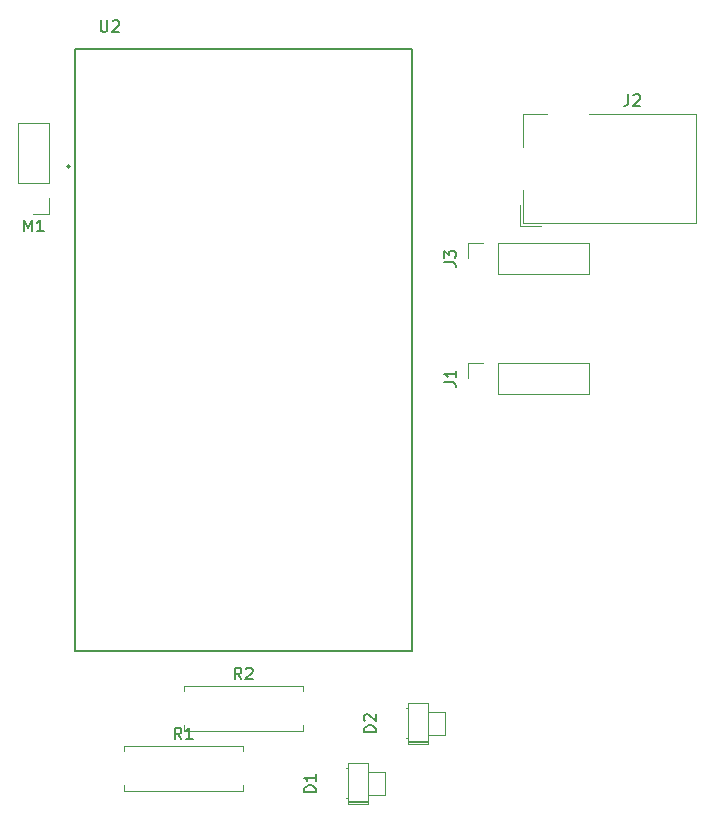
<source format=gbr>
%TF.GenerationSoftware,KiCad,Pcbnew,7.0.8*%
%TF.CreationDate,2023-11-27T10:02:50-05:00*%
%TF.ProjectId,Esquema KiCad Proyecto,45737175-656d-4612-904b-694361642050,rev?*%
%TF.SameCoordinates,Original*%
%TF.FileFunction,Legend,Top*%
%TF.FilePolarity,Positive*%
%FSLAX46Y46*%
G04 Gerber Fmt 4.6, Leading zero omitted, Abs format (unit mm)*
G04 Created by KiCad (PCBNEW 7.0.8) date 2023-11-27 10:02:50*
%MOMM*%
%LPD*%
G01*
G04 APERTURE LIST*
%ADD10C,0.150000*%
%ADD11C,0.127000*%
%ADD12C,0.200000*%
%ADD13C,0.120000*%
G04 APERTURE END LIST*
D10*
X178418095Y-40789819D02*
X178418095Y-41599342D01*
X178418095Y-41599342D02*
X178465714Y-41694580D01*
X178465714Y-41694580D02*
X178513333Y-41742200D01*
X178513333Y-41742200D02*
X178608571Y-41789819D01*
X178608571Y-41789819D02*
X178799047Y-41789819D01*
X178799047Y-41789819D02*
X178894285Y-41742200D01*
X178894285Y-41742200D02*
X178941904Y-41694580D01*
X178941904Y-41694580D02*
X178989523Y-41599342D01*
X178989523Y-41599342D02*
X178989523Y-40789819D01*
X179418095Y-40885057D02*
X179465714Y-40837438D01*
X179465714Y-40837438D02*
X179560952Y-40789819D01*
X179560952Y-40789819D02*
X179799047Y-40789819D01*
X179799047Y-40789819D02*
X179894285Y-40837438D01*
X179894285Y-40837438D02*
X179941904Y-40885057D01*
X179941904Y-40885057D02*
X179989523Y-40980295D01*
X179989523Y-40980295D02*
X179989523Y-41075533D01*
X179989523Y-41075533D02*
X179941904Y-41218390D01*
X179941904Y-41218390D02*
X179370476Y-41789819D01*
X179370476Y-41789819D02*
X179989523Y-41789819D01*
X207504819Y-61293333D02*
X208219104Y-61293333D01*
X208219104Y-61293333D02*
X208361961Y-61340952D01*
X208361961Y-61340952D02*
X208457200Y-61436190D01*
X208457200Y-61436190D02*
X208504819Y-61579047D01*
X208504819Y-61579047D02*
X208504819Y-61674285D01*
X207504819Y-60912380D02*
X207504819Y-60293333D01*
X207504819Y-60293333D02*
X207885771Y-60626666D01*
X207885771Y-60626666D02*
X207885771Y-60483809D01*
X207885771Y-60483809D02*
X207933390Y-60388571D01*
X207933390Y-60388571D02*
X207981009Y-60340952D01*
X207981009Y-60340952D02*
X208076247Y-60293333D01*
X208076247Y-60293333D02*
X208314342Y-60293333D01*
X208314342Y-60293333D02*
X208409580Y-60340952D01*
X208409580Y-60340952D02*
X208457200Y-60388571D01*
X208457200Y-60388571D02*
X208504819Y-60483809D01*
X208504819Y-60483809D02*
X208504819Y-60769523D01*
X208504819Y-60769523D02*
X208457200Y-60864761D01*
X208457200Y-60864761D02*
X208409580Y-60912380D01*
X223096666Y-47044819D02*
X223096666Y-47759104D01*
X223096666Y-47759104D02*
X223049047Y-47901961D01*
X223049047Y-47901961D02*
X222953809Y-47997200D01*
X222953809Y-47997200D02*
X222810952Y-48044819D01*
X222810952Y-48044819D02*
X222715714Y-48044819D01*
X223525238Y-47140057D02*
X223572857Y-47092438D01*
X223572857Y-47092438D02*
X223668095Y-47044819D01*
X223668095Y-47044819D02*
X223906190Y-47044819D01*
X223906190Y-47044819D02*
X224001428Y-47092438D01*
X224001428Y-47092438D02*
X224049047Y-47140057D01*
X224049047Y-47140057D02*
X224096666Y-47235295D01*
X224096666Y-47235295D02*
X224096666Y-47330533D01*
X224096666Y-47330533D02*
X224049047Y-47473390D01*
X224049047Y-47473390D02*
X223477619Y-48044819D01*
X223477619Y-48044819D02*
X224096666Y-48044819D01*
X207504819Y-71453333D02*
X208219104Y-71453333D01*
X208219104Y-71453333D02*
X208361961Y-71500952D01*
X208361961Y-71500952D02*
X208457200Y-71596190D01*
X208457200Y-71596190D02*
X208504819Y-71739047D01*
X208504819Y-71739047D02*
X208504819Y-71834285D01*
X208504819Y-70453333D02*
X208504819Y-71024761D01*
X208504819Y-70739047D02*
X207504819Y-70739047D01*
X207504819Y-70739047D02*
X207647676Y-70834285D01*
X207647676Y-70834285D02*
X207742914Y-70929523D01*
X207742914Y-70929523D02*
X207790533Y-71024761D01*
X201694819Y-101068094D02*
X200694819Y-101068094D01*
X200694819Y-101068094D02*
X200694819Y-100829999D01*
X200694819Y-100829999D02*
X200742438Y-100687142D01*
X200742438Y-100687142D02*
X200837676Y-100591904D01*
X200837676Y-100591904D02*
X200932914Y-100544285D01*
X200932914Y-100544285D02*
X201123390Y-100496666D01*
X201123390Y-100496666D02*
X201266247Y-100496666D01*
X201266247Y-100496666D02*
X201456723Y-100544285D01*
X201456723Y-100544285D02*
X201551961Y-100591904D01*
X201551961Y-100591904D02*
X201647200Y-100687142D01*
X201647200Y-100687142D02*
X201694819Y-100829999D01*
X201694819Y-100829999D02*
X201694819Y-101068094D01*
X200790057Y-100115713D02*
X200742438Y-100068094D01*
X200742438Y-100068094D02*
X200694819Y-99972856D01*
X200694819Y-99972856D02*
X200694819Y-99734761D01*
X200694819Y-99734761D02*
X200742438Y-99639523D01*
X200742438Y-99639523D02*
X200790057Y-99591904D01*
X200790057Y-99591904D02*
X200885295Y-99544285D01*
X200885295Y-99544285D02*
X200980533Y-99544285D01*
X200980533Y-99544285D02*
X201123390Y-99591904D01*
X201123390Y-99591904D02*
X201694819Y-100163332D01*
X201694819Y-100163332D02*
X201694819Y-99544285D01*
X171910476Y-58664819D02*
X171910476Y-57664819D01*
X171910476Y-57664819D02*
X172243809Y-58379104D01*
X172243809Y-58379104D02*
X172577142Y-57664819D01*
X172577142Y-57664819D02*
X172577142Y-58664819D01*
X173577142Y-58664819D02*
X173005714Y-58664819D01*
X173291428Y-58664819D02*
X173291428Y-57664819D01*
X173291428Y-57664819D02*
X173196190Y-57807676D01*
X173196190Y-57807676D02*
X173100952Y-57902914D01*
X173100952Y-57902914D02*
X173005714Y-57950533D01*
X196614819Y-106148094D02*
X195614819Y-106148094D01*
X195614819Y-106148094D02*
X195614819Y-105909999D01*
X195614819Y-105909999D02*
X195662438Y-105767142D01*
X195662438Y-105767142D02*
X195757676Y-105671904D01*
X195757676Y-105671904D02*
X195852914Y-105624285D01*
X195852914Y-105624285D02*
X196043390Y-105576666D01*
X196043390Y-105576666D02*
X196186247Y-105576666D01*
X196186247Y-105576666D02*
X196376723Y-105624285D01*
X196376723Y-105624285D02*
X196471961Y-105671904D01*
X196471961Y-105671904D02*
X196567200Y-105767142D01*
X196567200Y-105767142D02*
X196614819Y-105909999D01*
X196614819Y-105909999D02*
X196614819Y-106148094D01*
X196614819Y-104624285D02*
X196614819Y-105195713D01*
X196614819Y-104909999D02*
X195614819Y-104909999D01*
X195614819Y-104909999D02*
X195757676Y-105005237D01*
X195757676Y-105005237D02*
X195852914Y-105100475D01*
X195852914Y-105100475D02*
X195900533Y-105195713D01*
X190333333Y-96594819D02*
X190000000Y-96118628D01*
X189761905Y-96594819D02*
X189761905Y-95594819D01*
X189761905Y-95594819D02*
X190142857Y-95594819D01*
X190142857Y-95594819D02*
X190238095Y-95642438D01*
X190238095Y-95642438D02*
X190285714Y-95690057D01*
X190285714Y-95690057D02*
X190333333Y-95785295D01*
X190333333Y-95785295D02*
X190333333Y-95928152D01*
X190333333Y-95928152D02*
X190285714Y-96023390D01*
X190285714Y-96023390D02*
X190238095Y-96071009D01*
X190238095Y-96071009D02*
X190142857Y-96118628D01*
X190142857Y-96118628D02*
X189761905Y-96118628D01*
X190714286Y-95690057D02*
X190761905Y-95642438D01*
X190761905Y-95642438D02*
X190857143Y-95594819D01*
X190857143Y-95594819D02*
X191095238Y-95594819D01*
X191095238Y-95594819D02*
X191190476Y-95642438D01*
X191190476Y-95642438D02*
X191238095Y-95690057D01*
X191238095Y-95690057D02*
X191285714Y-95785295D01*
X191285714Y-95785295D02*
X191285714Y-95880533D01*
X191285714Y-95880533D02*
X191238095Y-96023390D01*
X191238095Y-96023390D02*
X190666667Y-96594819D01*
X190666667Y-96594819D02*
X191285714Y-96594819D01*
X185253333Y-101674819D02*
X184920000Y-101198628D01*
X184681905Y-101674819D02*
X184681905Y-100674819D01*
X184681905Y-100674819D02*
X185062857Y-100674819D01*
X185062857Y-100674819D02*
X185158095Y-100722438D01*
X185158095Y-100722438D02*
X185205714Y-100770057D01*
X185205714Y-100770057D02*
X185253333Y-100865295D01*
X185253333Y-100865295D02*
X185253333Y-101008152D01*
X185253333Y-101008152D02*
X185205714Y-101103390D01*
X185205714Y-101103390D02*
X185158095Y-101151009D01*
X185158095Y-101151009D02*
X185062857Y-101198628D01*
X185062857Y-101198628D02*
X184681905Y-101198628D01*
X186205714Y-101674819D02*
X185634286Y-101674819D01*
X185920000Y-101674819D02*
X185920000Y-100674819D01*
X185920000Y-100674819D02*
X185824762Y-100817676D01*
X185824762Y-100817676D02*
X185729524Y-100912914D01*
X185729524Y-100912914D02*
X185634286Y-100960533D01*
D11*
%TO.C,U2*%
X176255000Y-43220000D02*
X187324000Y-43220000D01*
X176255000Y-43220000D02*
X204765000Y-43220000D01*
X176255000Y-94170000D02*
X176255000Y-43220000D01*
X176255000Y-94170000D02*
X176255000Y-43220000D01*
X176255000Y-94170000D02*
X181625000Y-94170000D01*
X181625000Y-94170000D02*
X199315000Y-94170000D01*
X187324000Y-43220000D02*
X194035000Y-43220000D01*
X194035000Y-43220000D02*
X204765000Y-43220000D01*
X199315000Y-94170000D02*
X204765000Y-94170000D01*
X204765000Y-43220000D02*
X204765000Y-94170000D01*
X204765000Y-43220000D02*
X204765000Y-94170000D01*
X204765000Y-94170000D02*
X176255000Y-94170000D01*
D12*
X175785000Y-53180000D02*
G75*
G03*
X175785000Y-53180000I-100000J0D01*
G01*
D13*
%TO.C,J3*%
X212090000Y-62290000D02*
X219770000Y-62290000D01*
X212090000Y-62290000D02*
X212090000Y-59630000D01*
X219770000Y-62290000D02*
X219770000Y-59630000D01*
X209490000Y-60960000D02*
X209490000Y-59630000D01*
X209490000Y-59630000D02*
X210820000Y-59630000D01*
X212090000Y-59630000D02*
X219770000Y-59630000D01*
%TO.C,J2*%
X228780000Y-48740000D02*
X228780000Y-57940000D01*
X219780000Y-48740000D02*
X228780000Y-48740000D01*
X214180000Y-48740000D02*
X216180000Y-48740000D01*
X214180000Y-51540000D02*
X214180000Y-48740000D01*
X228780000Y-57940000D02*
X214180000Y-57940000D01*
X214180000Y-57940000D02*
X214180000Y-55140000D01*
X215680000Y-58180000D02*
X213940000Y-58180000D01*
X213940000Y-58180000D02*
X213940000Y-56440000D01*
%TO.C,J1*%
X212090000Y-72450000D02*
X219770000Y-72450000D01*
X212090000Y-72450000D02*
X212090000Y-69790000D01*
X219770000Y-72450000D02*
X219770000Y-69790000D01*
X209490000Y-71120000D02*
X209490000Y-69790000D01*
X209490000Y-69790000D02*
X210820000Y-69790000D01*
X212090000Y-69790000D02*
X219770000Y-69790000D01*
%TO.C,D2*%
X206130000Y-98620000D02*
X204410000Y-98620000D01*
X204410000Y-98620000D02*
X204410000Y-102040000D01*
X204410000Y-99060000D02*
X204410000Y-99060000D01*
X204410000Y-99060000D02*
X204280000Y-99060000D01*
X204280000Y-99060000D02*
X204410000Y-99060000D01*
X204280000Y-99060000D02*
X204280000Y-99060000D01*
X207530000Y-99370000D02*
X206130000Y-99370000D01*
X206130000Y-99370000D02*
X206130000Y-101290000D01*
X207530000Y-101290000D02*
X207530000Y-99370000D01*
X206130000Y-101290000D02*
X207530000Y-101290000D01*
X204410000Y-101600000D02*
X204410000Y-101600000D01*
X204410000Y-101600000D02*
X204280000Y-101600000D01*
X204280000Y-101600000D02*
X204410000Y-101600000D01*
X204280000Y-101600000D02*
X204280000Y-101600000D01*
X204410000Y-101800000D02*
X206130000Y-101800000D01*
X204410000Y-101920000D02*
X206130000Y-101920000D01*
X206130000Y-102040000D02*
X206130000Y-98620000D01*
X204410000Y-102040000D02*
X206130000Y-102040000D01*
%TO.C,M1*%
X174050000Y-57210000D02*
X172720000Y-57210000D01*
X174050000Y-55880000D02*
X174050000Y-57210000D01*
X174050000Y-54610000D02*
X174050000Y-49470000D01*
X174050000Y-54610000D02*
X171390000Y-54610000D01*
X174050000Y-49470000D02*
X171390000Y-49470000D01*
X171390000Y-54610000D02*
X171390000Y-49470000D01*
%TO.C,D1*%
X201050000Y-103700000D02*
X199330000Y-103700000D01*
X199330000Y-103700000D02*
X199330000Y-107120000D01*
X199330000Y-104140000D02*
X199330000Y-104140000D01*
X199330000Y-104140000D02*
X199200000Y-104140000D01*
X199200000Y-104140000D02*
X199330000Y-104140000D01*
X199200000Y-104140000D02*
X199200000Y-104140000D01*
X202450000Y-104450000D02*
X201050000Y-104450000D01*
X201050000Y-104450000D02*
X201050000Y-106370000D01*
X202450000Y-106370000D02*
X202450000Y-104450000D01*
X201050000Y-106370000D02*
X202450000Y-106370000D01*
X199330000Y-106680000D02*
X199330000Y-106680000D01*
X199330000Y-106680000D02*
X199200000Y-106680000D01*
X199200000Y-106680000D02*
X199330000Y-106680000D01*
X199200000Y-106680000D02*
X199200000Y-106680000D01*
X199330000Y-106880000D02*
X201050000Y-106880000D01*
X199330000Y-107000000D02*
X201050000Y-107000000D01*
X201050000Y-107120000D02*
X201050000Y-103700000D01*
X199330000Y-107120000D02*
X201050000Y-107120000D01*
%TO.C,R2*%
X195570000Y-100980000D02*
X195570000Y-100500000D01*
X195570000Y-97140000D02*
X195570000Y-97620000D01*
X185430000Y-100980000D02*
X195570000Y-100980000D01*
X185430000Y-100500000D02*
X185430000Y-100980000D01*
X185430000Y-97620000D02*
X185430000Y-97140000D01*
X185430000Y-97140000D02*
X195570000Y-97140000D01*
%TO.C,R1*%
X190490000Y-106060000D02*
X190490000Y-105580000D01*
X190490000Y-102220000D02*
X190490000Y-102700000D01*
X180350000Y-106060000D02*
X190490000Y-106060000D01*
X180350000Y-105580000D02*
X180350000Y-106060000D01*
X180350000Y-102700000D02*
X180350000Y-102220000D01*
X180350000Y-102220000D02*
X190490000Y-102220000D01*
%TD*%
M02*

</source>
